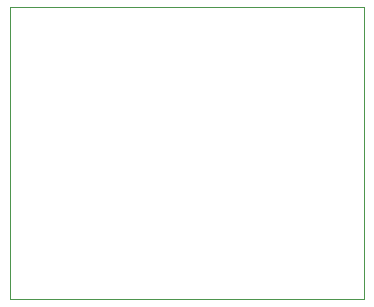
<source format=gm1>
G04 #@! TF.GenerationSoftware,KiCad,Pcbnew,7.0.7*
G04 #@! TF.CreationDate,2024-04-01T23:13:17-04:00*
G04 #@! TF.ProjectId,sensor_node,73656e73-6f72-45f6-9e6f-64652e6b6963,rev?*
G04 #@! TF.SameCoordinates,Original*
G04 #@! TF.FileFunction,Profile,NP*
%FSLAX46Y46*%
G04 Gerber Fmt 4.6, Leading zero omitted, Abs format (unit mm)*
G04 Created by KiCad (PCBNEW 7.0.7) date 2024-04-01 23:13:17*
%MOMM*%
%LPD*%
G01*
G04 APERTURE LIST*
G04 #@! TA.AperFunction,Profile*
%ADD10C,0.100000*%
G04 #@! TD*
G04 APERTURE END LIST*
D10*
X138325000Y-58200000D02*
X168375000Y-58200000D01*
X168375000Y-82900000D01*
X138325000Y-82900000D01*
X138325000Y-58200000D01*
M02*

</source>
